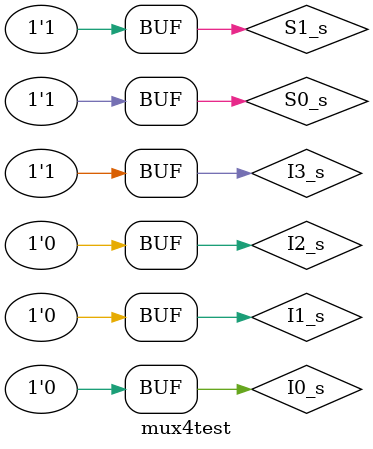
<source format=v>
`timescale 1ns / 1ps
`timescale 1 ns/1 ns

module mux4test();
  
  reg I3_s, I2_s, I1_s, I0_s, S1_s, S0_s;
  wire D_s;
  
  mux4x1 m1(I3_s, I2_s, I1_s, I0_s, S1_s, S0_s, D_s);
  
  initial begin
    S1_s <= 0; S0_s <= 0; I3_s <= 0; I2_s <= 0; I1_s <= 0; I0_s <= 1;
    #10 S1_s <= 0; S0_s <= 1; I3_s <= 0; I2_s <= 0; I1_s <= 1; I0_s <= 0;
    #10 S1_s <= 1; S0_s <= 0; I3_s <= 0; I2_s <= 1; I1_s <= 0; I0_s <= 0;
    #10 S1_s <= 1; S0_s <= 1; I3_s <= 1; I2_s <= 0; I1_s <= 0; I0_s <= 0;
  end    
  
endmodule


</source>
